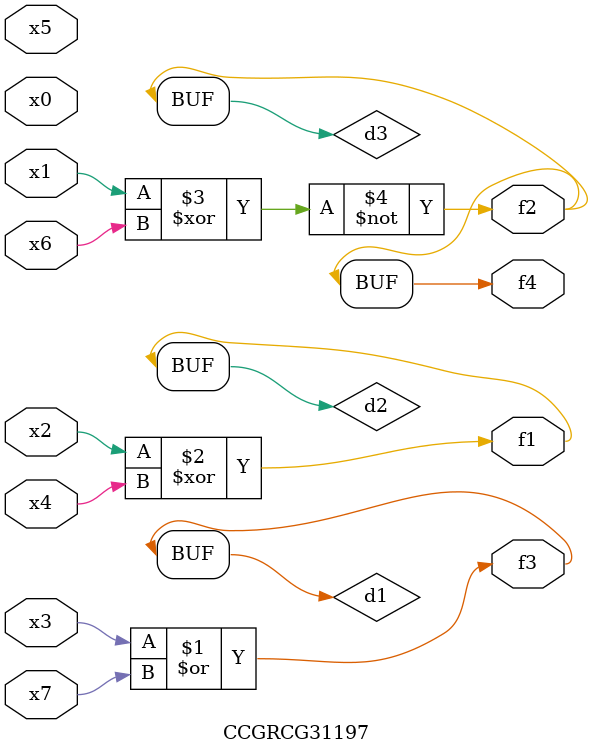
<source format=v>
module CCGRCG31197(
	input x0, x1, x2, x3, x4, x5, x6, x7,
	output f1, f2, f3, f4
);

	wire d1, d2, d3;

	or (d1, x3, x7);
	xor (d2, x2, x4);
	xnor (d3, x1, x6);
	assign f1 = d2;
	assign f2 = d3;
	assign f3 = d1;
	assign f4 = d3;
endmodule

</source>
